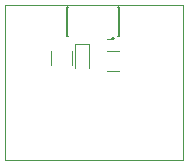
<source format=gto>
G04 #@! TF.FileFunction,Legend,Top*
%FSLAX46Y46*%
G04 Gerber Fmt 4.6, Leading zero omitted, Abs format (unit mm)*
G04 Created by KiCad (PCBNEW 4.0.7) date 01/17/18 14:55:35*
%MOMM*%
%LPD*%
G01*
G04 APERTURE LIST*
%ADD10C,0.152400*%
%ADD11C,0.100000*%
%ADD12C,0.120000*%
%ADD13C,0.127000*%
G04 APERTURE END LIST*
D10*
D11*
X29400000Y-27500000D02*
X14300000Y-27500000D01*
X29400000Y-14300000D02*
X29400000Y-27500000D01*
X28900000Y-14300000D02*
X29400000Y-14300000D01*
X14300000Y-14300000D02*
X28900000Y-14300000D01*
X14300000Y-27500000D02*
X14300000Y-14300000D01*
D12*
X22925000Y-19900000D02*
X23925000Y-19900000D01*
X23925000Y-18200000D02*
X22925000Y-18200000D01*
X22900000Y-18195000D02*
X23400000Y-18195000D01*
X23400000Y-17255000D02*
X22900000Y-17255000D01*
X21370000Y-17600000D02*
X20230000Y-17600000D01*
X20230000Y-17600000D02*
X20230000Y-19700000D01*
X21370000Y-17600000D02*
X21370000Y-19700000D01*
D13*
X23925000Y-14525000D02*
X23925000Y-16925000D01*
X19525000Y-16925000D02*
X19525000Y-14525000D01*
D10*
X23514000Y-17169000D02*
G75*
G03X23514000Y-17169000I-100000J0D01*
G01*
D13*
X23925000Y-14525000D02*
X23825000Y-14525000D01*
X23925000Y-16925000D02*
X23825000Y-16925000D01*
X19525000Y-14525000D02*
X19625000Y-14525000D01*
X19525000Y-16925000D02*
X19625000Y-16925000D01*
D12*
X19980000Y-18200000D02*
X19980000Y-19400000D01*
X18220000Y-19400000D02*
X18220000Y-18200000D01*
M02*

</source>
